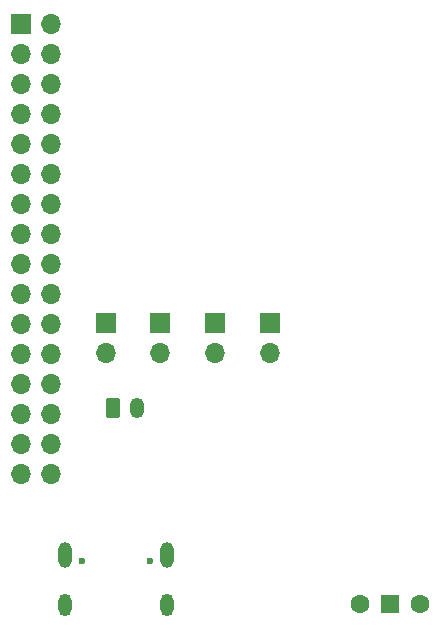
<source format=gbr>
%TF.GenerationSoftware,KiCad,Pcbnew,8.0.8*%
%TF.CreationDate,2025-03-27T00:48:41+02:00*%
%TF.ProjectId,Power_Module,506f7765-725f-44d6-9f64-756c652e6b69,rev?*%
%TF.SameCoordinates,Original*%
%TF.FileFunction,Soldermask,Bot*%
%TF.FilePolarity,Negative*%
%FSLAX46Y46*%
G04 Gerber Fmt 4.6, Leading zero omitted, Abs format (unit mm)*
G04 Created by KiCad (PCBNEW 8.0.8) date 2025-03-27 00:48:41*
%MOMM*%
%LPD*%
G01*
G04 APERTURE LIST*
G04 Aperture macros list*
%AMRoundRect*
0 Rectangle with rounded corners*
0 $1 Rounding radius*
0 $2 $3 $4 $5 $6 $7 $8 $9 X,Y pos of 4 corners*
0 Add a 4 corners polygon primitive as box body*
4,1,4,$2,$3,$4,$5,$6,$7,$8,$9,$2,$3,0*
0 Add four circle primitives for the rounded corners*
1,1,$1+$1,$2,$3*
1,1,$1+$1,$4,$5*
1,1,$1+$1,$6,$7*
1,1,$1+$1,$8,$9*
0 Add four rect primitives between the rounded corners*
20,1,$1+$1,$2,$3,$4,$5,0*
20,1,$1+$1,$4,$5,$6,$7,0*
20,1,$1+$1,$6,$7,$8,$9,0*
20,1,$1+$1,$8,$9,$2,$3,0*%
G04 Aperture macros list end*
%ADD10R,1.500000X1.500000*%
%ADD11C,1.600000*%
%ADD12R,1.700000X1.700000*%
%ADD13O,1.700000X1.700000*%
%ADD14RoundRect,0.250000X-0.350000X-0.625000X0.350000X-0.625000X0.350000X0.625000X-0.350000X0.625000X0*%
%ADD15O,1.200000X1.750000*%
%ADD16C,0.600000*%
%ADD17O,1.104000X2.204000*%
%ADD18O,1.104000X1.904000*%
G04 APERTURE END LIST*
D10*
%TO.C,SW1*%
X141250000Y-126450000D03*
D11*
X138710000Y-126450000D03*
X143790000Y-126450000D03*
%TD*%
D12*
%TO.C,J7*%
X131150000Y-102640000D03*
D13*
X131150000Y-105180000D03*
%TD*%
D12*
%TO.C,J6*%
X126500000Y-102640000D03*
D13*
X126500000Y-105180000D03*
%TD*%
D12*
%TO.C,J5*%
X121850000Y-102640000D03*
D13*
X121850000Y-105180000D03*
%TD*%
D12*
%TO.C,J4*%
X117200000Y-102640000D03*
D13*
X117200000Y-105180000D03*
%TD*%
D14*
%TO.C,J3*%
X117850000Y-109890000D03*
D15*
X119850000Y-109890000D03*
%TD*%
D12*
%TO.C,J2*%
X110000000Y-77390000D03*
D13*
X112540000Y-77390000D03*
X110000000Y-79930000D03*
X112540000Y-79930000D03*
X110000000Y-82470000D03*
X112540000Y-82470000D03*
X110000000Y-85010000D03*
X112540000Y-85010000D03*
X110000000Y-87550000D03*
X112540000Y-87550000D03*
X110000000Y-90090000D03*
X112540000Y-90090000D03*
X110000000Y-92630000D03*
X112540000Y-92630000D03*
X110000000Y-95170000D03*
X112540000Y-95170000D03*
X110000000Y-97710000D03*
X112540000Y-97710000D03*
X110000000Y-100250000D03*
X112540000Y-100250000D03*
X110000000Y-102790000D03*
X112540000Y-102790000D03*
X110000000Y-105330000D03*
X112540000Y-105330000D03*
X110000000Y-107870000D03*
X112540000Y-107870000D03*
X110000000Y-110410000D03*
X112540000Y-110410000D03*
X110000000Y-112950000D03*
X112540000Y-112950000D03*
X110000000Y-115490000D03*
X112540000Y-115490000D03*
%TD*%
D16*
%TO.C,J1*%
X115198500Y-122835000D03*
X120978500Y-122835000D03*
D17*
X113763500Y-122345000D03*
X122413500Y-122345000D03*
D18*
X113763500Y-126515000D03*
X122413500Y-126515000D03*
%TD*%
M02*

</source>
